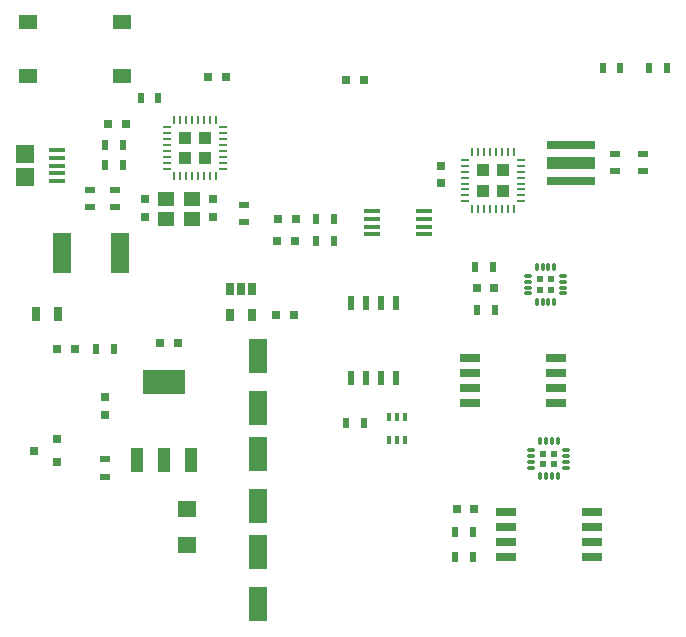
<source format=gtp>
G04 #@! TF.FileFunction,Paste,Top*
%FSLAX46Y46*%
G04 Gerber Fmt 4.6, Leading zero omitted, Abs format (unit mm)*
G04 Created by KiCad (PCBNEW 4.0.2-stable) date Fri 17 Jun 2016 01:05:30 PM EDT*
%MOMM*%
G01*
G04 APERTURE LIST*
%ADD10C,0.100000*%
%ADD11R,0.700000X0.250000*%
%ADD12R,0.250000X0.700000*%
%ADD13R,1.035000X1.035000*%
%ADD14R,0.750000X0.800000*%
%ADD15R,0.500000X0.900000*%
%ADD16O,0.750000X0.300000*%
%ADD17O,0.300000X0.750000*%
%ADD18R,0.540000X0.540000*%
%ADD19R,1.400000X1.200000*%
%ADD20R,0.797560X0.797560*%
%ADD21R,4.100000X0.700000*%
%ADD22R,4.100000X1.000000*%
%ADD23R,0.900000X0.500000*%
%ADD24R,0.800000X0.750000*%
%ADD25R,1.600200X2.999740*%
%ADD26R,1.600000X1.400000*%
%ADD27R,1.600000X3.500000*%
%ADD28R,0.700000X1.300000*%
%ADD29R,1.350000X0.400000*%
%ADD30R,1.500000X1.550000*%
%ADD31R,0.800100X0.800100*%
%ADD32R,1.550000X1.300000*%
%ADD33R,0.508000X1.143000*%
%ADD34R,1.700000X0.650000*%
%ADD35R,1.450000X0.450000*%
%ADD36R,3.657600X2.032000*%
%ADD37R,1.016000X2.032000*%
%ADD38R,0.650000X1.060000*%
%ADD39R,0.398780X0.749300*%
G04 APERTURE END LIST*
D10*
D11*
X154276000Y-89760000D03*
X154276000Y-89260000D03*
X154276000Y-88760000D03*
X154276000Y-88260000D03*
X154276000Y-87760000D03*
X154276000Y-87260000D03*
X154276000Y-86760000D03*
X154276000Y-86260000D03*
D12*
X153626000Y-85610000D03*
X153126000Y-85610000D03*
X152626000Y-85610000D03*
X152126000Y-85610000D03*
X151626000Y-85610000D03*
X151126000Y-85610000D03*
X150626000Y-85610000D03*
X150126000Y-85610000D03*
D11*
X149476000Y-86260000D03*
X149476000Y-86760000D03*
X149476000Y-87260000D03*
X149476000Y-87760000D03*
X149476000Y-88260000D03*
X149476000Y-88760000D03*
X149476000Y-89260000D03*
X149476000Y-89760000D03*
D12*
X150126000Y-90410000D03*
X150626000Y-90410000D03*
X151126000Y-90410000D03*
X151626000Y-90410000D03*
X152126000Y-90410000D03*
X152626000Y-90410000D03*
X153126000Y-90410000D03*
X153626000Y-90410000D03*
D13*
X151013500Y-87147500D03*
X151013500Y-88872500D03*
X152738500Y-87147500D03*
X152738500Y-88872500D03*
D14*
X147447000Y-86753000D03*
X147447000Y-88253000D03*
D15*
X139448000Y-108565000D03*
X140948000Y-108565000D03*
D16*
X157798000Y-97565000D03*
X157798000Y-97065000D03*
X157798000Y-96565000D03*
X157798000Y-96065000D03*
D17*
X157073000Y-95340000D03*
X156573000Y-95340000D03*
X156073000Y-95340000D03*
X155573000Y-95340000D03*
D16*
X154848000Y-96065000D03*
X154848000Y-96565000D03*
X154848000Y-97065000D03*
X154848000Y-97565000D03*
D17*
X155573000Y-98290000D03*
X156073000Y-98290000D03*
X156573000Y-98290000D03*
X157073000Y-98290000D03*
D18*
X155873000Y-96365000D03*
X155873000Y-97265000D03*
X156773000Y-96365000D03*
X156773000Y-97265000D03*
D19*
X124208000Y-89578000D03*
X124208000Y-91278000D03*
X126408000Y-89578000D03*
X126408000Y-91278000D03*
D20*
X135160000Y-91239000D03*
X133661400Y-91239000D03*
D16*
X155123000Y-110815000D03*
X155123000Y-111315000D03*
X155123000Y-111815000D03*
X155123000Y-112315000D03*
D17*
X155848000Y-113040000D03*
X156348000Y-113040000D03*
X156848000Y-113040000D03*
X157348000Y-113040000D03*
D16*
X158073000Y-112315000D03*
X158073000Y-111815000D03*
X158073000Y-111315000D03*
X158073000Y-110815000D03*
D17*
X157348000Y-110090000D03*
X156848000Y-110090000D03*
X156348000Y-110090000D03*
X155848000Y-110090000D03*
D18*
X157048000Y-112015000D03*
X157048000Y-111115000D03*
X156148000Y-112015000D03*
X156148000Y-111115000D03*
D15*
X120548000Y-86665000D03*
X119048000Y-86665000D03*
D21*
X158498000Y-88015000D03*
X158498000Y-85015000D03*
D22*
X158498000Y-86515000D03*
D23*
X162198000Y-87215000D03*
X162198000Y-85715000D03*
D24*
X125210000Y-101727000D03*
X123710000Y-101727000D03*
D14*
X122386000Y-91061000D03*
X122386000Y-89561000D03*
X118998000Y-107865000D03*
X118998000Y-106365000D03*
D24*
X120765000Y-83185000D03*
X119265000Y-83185000D03*
D14*
X128136000Y-89561000D03*
X128136000Y-91061000D03*
D25*
X131998000Y-111165360D03*
X131998000Y-115564640D03*
D24*
X133498000Y-99365000D03*
X134998000Y-99365000D03*
X139458000Y-79502000D03*
X140958000Y-79502000D03*
X127774000Y-79248000D03*
X129274000Y-79248000D03*
D25*
X131998000Y-119465720D03*
X131998000Y-123865000D03*
X131998000Y-102870000D03*
X131998000Y-107269280D03*
D24*
X150298000Y-115846000D03*
X148798000Y-115846000D03*
X150498000Y-97115000D03*
X151998000Y-97115000D03*
D26*
X125998000Y-115848000D03*
X125998000Y-118848000D03*
D20*
X116487000Y-102254000D03*
X114988400Y-102254000D03*
X135109300Y-93139000D03*
X133610700Y-93139000D03*
D27*
X115417600Y-94107000D03*
X120294400Y-94107000D03*
D28*
X113157000Y-99314000D03*
X115057000Y-99314000D03*
D29*
X114974500Y-85441000D03*
X114974500Y-86091000D03*
X114974500Y-86740100D03*
X114974500Y-87391000D03*
X114974500Y-88041000D03*
D30*
X112268000Y-85741000D03*
X112268000Y-87741000D03*
D31*
X114998760Y-111815000D03*
X114998760Y-109915000D03*
X112999780Y-110865000D03*
D23*
X118998000Y-111615000D03*
X118998000Y-113115000D03*
D15*
X119048000Y-85015000D03*
X120548000Y-85015000D03*
X122047000Y-81026000D03*
X123547000Y-81026000D03*
X162663000Y-78486000D03*
X161163000Y-78486000D03*
X165112000Y-78486000D03*
X166612000Y-78486000D03*
D23*
X130810000Y-90055000D03*
X130810000Y-91555000D03*
D15*
X150348000Y-95365000D03*
X151848000Y-95365000D03*
X118302000Y-102254000D03*
X119802000Y-102254000D03*
X138410000Y-93139000D03*
X136910000Y-93139000D03*
X138410000Y-91239000D03*
X136910000Y-91239000D03*
X150507000Y-98933000D03*
X152007000Y-98933000D03*
X150148000Y-117765000D03*
X148648000Y-117765000D03*
X148648000Y-119865000D03*
X150148000Y-119865000D03*
D23*
X164592000Y-85737000D03*
X164592000Y-87237000D03*
D32*
X120473000Y-74615000D03*
X120473000Y-79115000D03*
X112523000Y-79115000D03*
X112523000Y-74615000D03*
D33*
X139893000Y-98390000D03*
X141163000Y-98390000D03*
X142433000Y-98390000D03*
X143703000Y-98390000D03*
X143703000Y-104740000D03*
X142433000Y-104740000D03*
X141163000Y-104740000D03*
X139893000Y-104740000D03*
D34*
X149948000Y-103060000D03*
X149948000Y-104330000D03*
X149948000Y-105600000D03*
X149948000Y-106870000D03*
X157248000Y-106870000D03*
X157248000Y-105600000D03*
X157248000Y-104330000D03*
X157248000Y-103060000D03*
D35*
X145998000Y-92565000D03*
X145998000Y-91915000D03*
X145998000Y-91265000D03*
X145998000Y-90615000D03*
X141598000Y-90615000D03*
X141598000Y-91265000D03*
X141598000Y-91915000D03*
X141598000Y-92565000D03*
D34*
X152998000Y-116025000D03*
X152998000Y-117295000D03*
X152998000Y-118565000D03*
X152998000Y-119835000D03*
X160298000Y-119835000D03*
X160298000Y-118565000D03*
X160298000Y-117295000D03*
X160298000Y-116025000D03*
D23*
X117748000Y-88765000D03*
X117748000Y-90265000D03*
X119898000Y-88765000D03*
X119898000Y-90265000D03*
D36*
X123998000Y-105063000D03*
D37*
X123998000Y-111667000D03*
X126284000Y-111667000D03*
X121712000Y-111667000D03*
D38*
X131498000Y-97165000D03*
X130548000Y-97165000D03*
X129598000Y-97165000D03*
X129598000Y-99365000D03*
X131498000Y-99365000D03*
D39*
X143097520Y-109965000D03*
X143747760Y-109965000D03*
X144398000Y-109965000D03*
X144398000Y-108065080D03*
X143747760Y-108065080D03*
X143097520Y-108065080D03*
D12*
X124890500Y-87657500D03*
X125390500Y-87657500D03*
X125890500Y-87657500D03*
X126390500Y-87657500D03*
X126890500Y-87657500D03*
X127390500Y-87657500D03*
X127890500Y-87657500D03*
X128390500Y-87657500D03*
D11*
X129040500Y-87007500D03*
X129040500Y-86507500D03*
X129040500Y-86007500D03*
X129040500Y-85507500D03*
X129040500Y-85007500D03*
X129040500Y-84507500D03*
X129040500Y-84007500D03*
X129040500Y-83507500D03*
D12*
X128390500Y-82857500D03*
X127890500Y-82857500D03*
X127390500Y-82857500D03*
X126890500Y-82857500D03*
X126390500Y-82857500D03*
X125890500Y-82857500D03*
X125390500Y-82857500D03*
X124890500Y-82857500D03*
D11*
X124240500Y-83507500D03*
X124240500Y-84007500D03*
X124240500Y-84507500D03*
X124240500Y-85007500D03*
X124240500Y-85507500D03*
X124240500Y-86007500D03*
X124240500Y-86507500D03*
X124240500Y-87007500D03*
D13*
X127503000Y-84395000D03*
X125778000Y-84395000D03*
X127503000Y-86120000D03*
X125778000Y-86120000D03*
M02*

</source>
